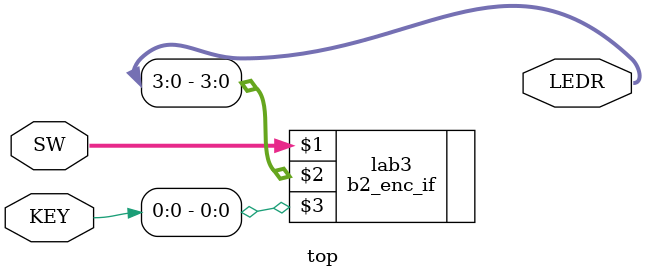
<source format=v>
module top (SW, KEY, LEDR);

    input wire [9:0] SW;        // DE-series switches
    input wire [3:0] KEY;       // DE-series pushbuttons

    output wire [9:0] LEDR;     // DE-series LEDs   

    b2_enc_if lab3 (SW[9:0], LEDR[3:0], KEY[0]);
 
endmodule


</source>
